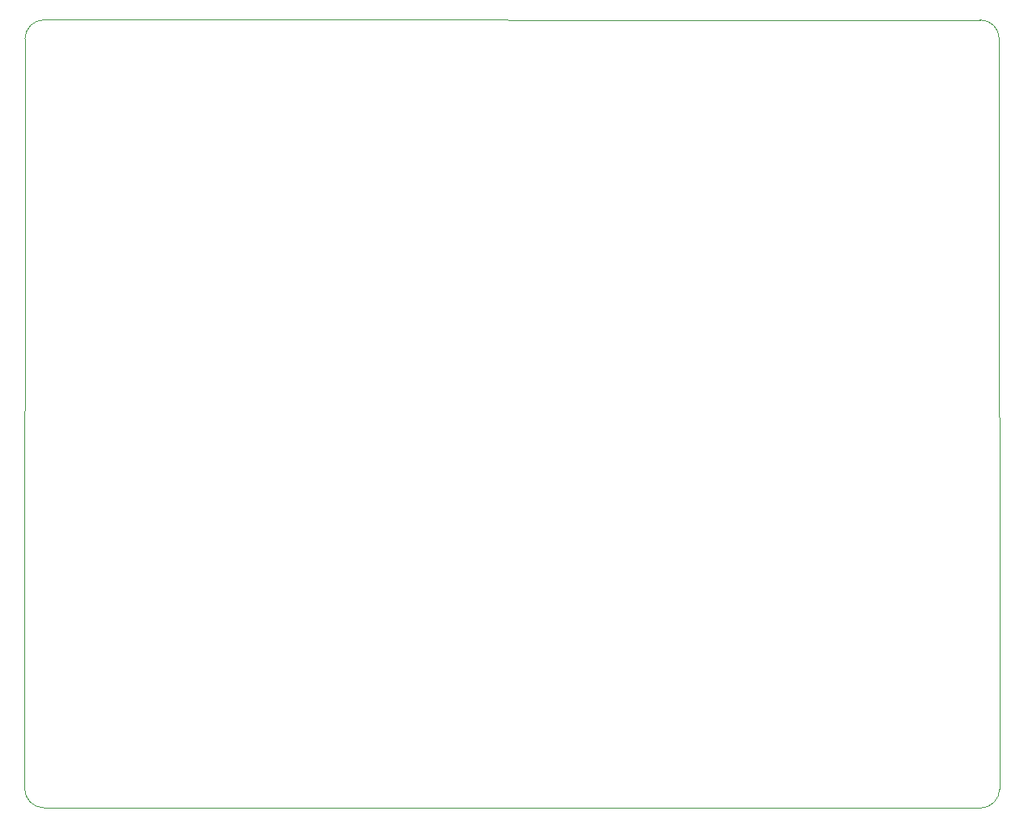
<source format=gbr>
G04 #@! TF.GenerationSoftware,KiCad,Pcbnew,(6.0.1)*
G04 #@! TF.CreationDate,2022-08-30T16:06:42+01:00*
G04 #@! TF.ProjectId,polygonus-Shortage-Version,706f6c79-676f-46e7-9573-2d53686f7274,rev?*
G04 #@! TF.SameCoordinates,Original*
G04 #@! TF.FileFunction,Profile,NP*
%FSLAX46Y46*%
G04 Gerber Fmt 4.6, Leading zero omitted, Abs format (unit mm)*
G04 Created by KiCad (PCBNEW (6.0.1)) date 2022-08-30 16:06:42*
%MOMM*%
%LPD*%
G01*
G04 APERTURE LIST*
G04 #@! TA.AperFunction,Profile*
%ADD10C,0.050000*%
G04 #@! TD*
G04 APERTURE END LIST*
D10*
X27598758Y70480030D02*
X27566743Y-7944264D01*
X29598758Y72480030D02*
G75*
G03*
X27598758Y70480030I-1J-1999999D01*
G01*
X127511245Y72474911D02*
X29598758Y72480030D01*
X29566743Y-9944264D02*
X127539293Y-9975264D01*
X127539293Y-9975264D02*
G75*
G03*
X129539293Y-7975264I1J1999999D01*
G01*
X129539293Y-7975264D02*
X129511245Y70474911D01*
X27566743Y-7944264D02*
G75*
G03*
X29566743Y-9944264I1999999J-1D01*
G01*
X129511245Y70474911D02*
G75*
G03*
X127511245Y72474911I-1999999J1D01*
G01*
M02*

</source>
